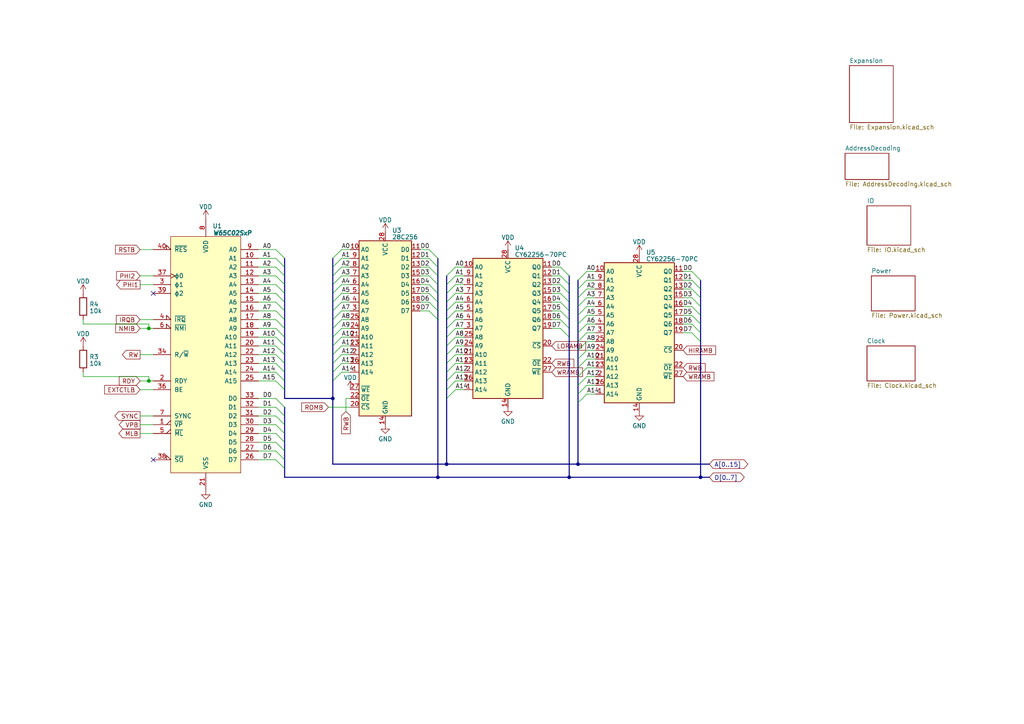
<source format=kicad_sch>
(kicad_sch (version 20230121) (generator eeschema)
  (paper "A4")
  (lib_symbols
    (symbol "65xx library:W65C02SxP" (pin_names (offset 1.016))
      (property "Reference" "U" (at -10.16 35.56 0))
      (property "Value" "W65C02SxP" (at 0 0 90))
      (symbol "W65C02SxP_0_1"
        (rectangle (start -10.16 34.29) (end 10.16 -34.29) (fill (type background)))
      )
      (symbol "W65C02SxP_1_1"
        (pin output output_low (at -15.24 -20.32 0) (length 5.08) (name "~{VP}") (number "1"))
        (pin tri_state line (at 15.24 27.94 180) (length 5.08) (name "A1") (number "10"))
        (pin tri_state line (at 15.24 25.4 180) (length 5.08) (name "A2") (number "11"))
        (pin tri_state line (at 15.24 22.86 180) (length 5.08) (name "A3") (number "12"))
        (pin tri_state line (at 15.24 20.32 180) (length 5.08) (name "A4") (number "13"))
        (pin tri_state line (at 15.24 17.78 180) (length 5.08) (name "A5") (number "14"))
        (pin tri_state line (at 15.24 15.24 180) (length 5.08) (name "A6") (number "15"))
        (pin tri_state line (at 15.24 12.7 180) (length 5.08) (name "A7") (number "16"))
        (pin tri_state line (at 15.24 10.16 180) (length 5.08) (name "A8") (number "17"))
        (pin tri_state line (at 15.24 7.62 180) (length 5.08) (name "A9") (number "18"))
        (pin tri_state line (at 15.24 5.08 180) (length 5.08) (name "A10") (number "19"))
        (pin open_collector line (at -15.24 -7.62 0) (length 5.08) (name "RDY") (number "2"))
        (pin tri_state line (at 15.24 2.54 180) (length 5.08) (name "A11") (number "20"))
        (pin power_in line (at 0 -39.37 90) (length 5.08) (name "VSS") (number "21"))
        (pin tri_state line (at 15.24 0 180) (length 5.08) (name "A12") (number "22"))
        (pin tri_state line (at 15.24 -2.54 180) (length 5.08) (name "A13") (number "23"))
        (pin tri_state line (at 15.24 -5.08 180) (length 5.08) (name "A14") (number "24"))
        (pin tri_state line (at 15.24 -7.62 180) (length 5.08) (name "A15") (number "25"))
        (pin bidirectional line (at 15.24 -30.48 180) (length 5.08) (name "D7") (number "26"))
        (pin bidirectional line (at 15.24 -27.94 180) (length 5.08) (name "D6") (number "27"))
        (pin bidirectional line (at 15.24 -25.4 180) (length 5.08) (name "D5") (number "28"))
        (pin bidirectional line (at 15.24 -22.86 180) (length 5.08) (name "D4") (number "29"))
        (pin output line (at -15.24 20.32 0) (length 5.08) (name "ϕ1") (number "3"))
        (pin bidirectional line (at 15.24 -20.32 180) (length 5.08) (name "D3") (number "30"))
        (pin bidirectional line (at 15.24 -17.78 180) (length 5.08) (name "D2") (number "31"))
        (pin bidirectional line (at 15.24 -15.24 180) (length 5.08) (name "D1") (number "32"))
        (pin bidirectional line (at 15.24 -12.7 180) (length 5.08) (name "D0") (number "33"))
        (pin tri_state line (at -15.24 0 0) (length 5.08) (name "R/~{W}") (number "34"))
        (pin no_connect non_logic (at -10.16 -27.94 0) (length 2.54) hide (name "nc") (number "35"))
        (pin input line (at -15.24 -10.16 0) (length 5.08) (name "BE") (number "36"))
        (pin input clock (at -15.24 22.86 0) (length 5.08) (name "ϕ0") (number "37"))
        (pin input input_low (at -15.24 -30.48 0) (length 5.08) (name "~{SO}") (number "38"))
        (pin output line (at -15.24 17.78 0) (length 5.08) (name "ϕ2") (number "39"))
        (pin input input_low (at -15.24 10.16 0) (length 5.08) (name "~{IRQ}") (number "4"))
        (pin input input_low (at -15.24 30.48 0) (length 5.08) (name "~{RES}") (number "40"))
        (pin output output_low (at -15.24 -22.86 0) (length 5.08) (name "~{ML}") (number "5"))
        (pin input input_low (at -15.24 7.62 0) (length 5.08) (name "~{NMI}") (number "6"))
        (pin output line (at -15.24 -17.78 0) (length 5.08) (name "SYNC") (number "7"))
        (pin power_in line (at 0 39.37 270) (length 5.08) (name "VDD") (number "8"))
        (pin tri_state line (at 15.24 30.48 180) (length 5.08) (name "A0") (number "9"))
      )
    )
    (symbol "Device:R" (pin_numbers hide) (pin_names (offset 0))
      (property "Reference" "R" (at 2.032 0 90))
      (property "Value" "R" (at 0 0 90))
      (symbol "R_0_1"
        (rectangle (start -1.016 -2.54) (end 1.016 2.54) (stroke (width 0.254)))
      )
      (symbol "R_1_1"
        (pin passive line (at 0 3.81 270) (length 1.27) (name "~") (number "1"))
        (pin passive line (at 0 -3.81 90) (length 1.27) (name "~") (number "2"))
      )
    )
    (symbol "Memory_EEPROM:28C256"
      (property "Reference" "U" (at -7.62 26.67 0))
      (property "Value" "28C256" (at 2.54 -26.67 0))
      (symbol "28C256_1_1"
        (rectangle (start -7.62 25.4) (end 7.62 -25.4) (stroke (width 0.254)) (fill (type background)))
        (pin input line (at -10.16 -12.7 0) (length 2.54) (name "A14") (number "1"))
        (pin input line (at -10.16 22.86 0) (length 2.54) (name "A0") (number "10"))
        (pin tri_state line (at 10.16 22.86 180) (length 2.54) (name "D0") (number "11"))
        (pin tri_state line (at 10.16 20.32 180) (length 2.54) (name "D1") (number "12"))
        (pin tri_state line (at 10.16 17.78 180) (length 2.54) (name "D2") (number "13"))
        (pin power_in line (at 0 -27.94 90) (length 2.54) (name "GND") (number "14"))
        (pin tri_state line (at 10.16 15.24 180) (length 2.54) (name "D3") (number "15"))
        (pin tri_state line (at 10.16 12.7 180) (length 2.54) (name "D4") (number "16"))
        (pin tri_state line (at 10.16 10.16 180) (length 2.54) (name "D5") (number "17"))
        (pin tri_state line (at 10.16 7.62 180) (length 2.54) (name "D6") (number "18"))
        (pin tri_state line (at 10.16 5.08 180) (length 2.54) (name "D7") (number "19"))
        (pin input line (at -10.16 -7.62 0) (length 2.54) (name "A12") (number "2"))
        (pin input line (at -10.16 -22.86 0) (length 2.54) (name "~{CS}") (number "20"))
        (pin input line (at -10.16 -2.54 0) (length 2.54) (name "A10") (number "21"))
        (pin input line (at -10.16 -20.32 0) (length 2.54) (name "~{OE}") (number "22"))
        (pin input line (at -10.16 -5.08 0) (length 2.54) (name "A11") (number "23"))
        (pin input line (at -10.16 0 0) (length 2.54) (name "A9") (number "24"))
        (pin input line (at -10.16 2.54 0) (length 2.54) (name "A8") (number "25"))
        (pin input line (at -10.16 -10.16 0) (length 2.54) (name "A13") (number "26"))
        (pin input line (at -10.16 -17.78 0) (length 2.54) (name "~{WE}") (number "27"))
        (pin power_in line (at 0 27.94 270) (length 2.54) (name "VCC") (number "28"))
        (pin input line (at -10.16 5.08 0) (length 2.54) (name "A7") (number "3"))
        (pin input line (at -10.16 7.62 0) (length 2.54) (name "A6") (number "4"))
        (pin input line (at -10.16 10.16 0) (length 2.54) (name "A5") (number "5"))
        (pin input line (at -10.16 12.7 0) (length 2.54) (name "A4") (number "6"))
        (pin input line (at -10.16 15.24 0) (length 2.54) (name "A3") (number "7"))
        (pin input line (at -10.16 17.78 0) (length 2.54) (name "A2") (number "8"))
        (pin input line (at -10.16 20.32 0) (length 2.54) (name "A1") (number "9"))
      )
    )
    (symbol "Memory_RAM:CY62256-70PC"
      (property "Reference" "U" (at -10.16 20.955 0))
      (property "Value" "CY62256-70PC" (at 2.54 20.955 0))
      (symbol "CY62256-70PC_0_0"
        (pin power_in line (at 0 -22.86 90) (length 2.54) (name "GND") (number "14"))
        (pin power_in line (at 0 22.86 270) (length 2.54) (name "VCC") (number "28"))
      )
      (symbol "CY62256-70PC_0_1"
        (rectangle (start -10.16 20.32) (end 10.16 -20.32) (stroke (width 0.254)) (fill (type background)))
      )
      (symbol "CY62256-70PC_1_1"
        (pin input line (at -12.7 -17.78 0) (length 2.54) (name "A14") (number "1"))
        (pin input line (at -12.7 17.78 0) (length 2.54) (name "A0") (number "10"))
        (pin tri_state line (at 12.7 17.78 180) (length 2.54) (name "Q0") (number "11"))
        (pin tri_state line (at 12.7 15.24 180) (length 2.54) (name "Q1") (number "12"))
        (pin tri_state line (at 12.7 12.7 180) (length 2.54) (name "Q2") (number "13"))
        (pin tri_state line (at 12.7 10.16 180) (length 2.54) (name "Q3") (number "15"))
        (pin tri_state line (at 12.7 7.62 180) (length 2.54) (name "Q4") (number "16"))
        (pin tri_state line (at 12.7 5.08 180) (length 2.54) (name "Q5") (number "17"))
        (pin tri_state line (at 12.7 2.54 180) (length 2.54) (name "Q6") (number "18"))
        (pin tri_state line (at 12.7 0 180) (length 2.54) (name "Q7") (number "19"))
        (pin input line (at -12.7 -12.7 0) (length 2.54) (name "A12") (number "2"))
        (pin input line (at 12.7 -5.08 180) (length 2.54) (name "~{CS}") (number "20"))
        (pin input line (at -12.7 -7.62 0) (length 2.54) (name "A10") (number "21"))
        (pin input line (at 12.7 -10.16 180) (length 2.54) (name "~{OE}") (number "22"))
        (pin input line (at -12.7 -10.16 0) (length 2.54) (name "A11") (number "23"))
        (pin input line (at -12.7 -5.08 0) (length 2.54) (name "A9") (number "24"))
        (pin input line (at -12.7 -2.54 0) (length 2.54) (name "A8") (number "25"))
        (pin input line (at -12.7 -15.24 0) (length 2.54) (name "A13") (number "26"))
        (pin input line (at 12.7 -12.7 180) (length 2.54) (name "~{WE}") (number "27"))
        (pin input line (at -12.7 0 0) (length 2.54) (name "A7") (number "3"))
        (pin input line (at -12.7 2.54 0) (length 2.54) (name "A6") (number "4"))
        (pin input line (at -12.7 5.08 0) (length 2.54) (name "A5") (number "5"))
        (pin input line (at -12.7 7.62 0) (length 2.54) (name "A4") (number "6"))
        (pin input line (at -12.7 10.16 0) (length 2.54) (name "A3") (number "7"))
        (pin input line (at -12.7 12.7 0) (length 2.54) (name "A2") (number "8"))
        (pin input line (at -12.7 15.24 0) (length 2.54) (name "A1") (number "9"))
      )
    )
    (symbol "power:GND" (power) (pin_names (offset 0))
      (property "Value" "GND" (at 0 -3.81 0))
      (symbol "GND_0_1"
        (polyline (pts (xy 0 0) (xy 0 -1.27) (xy 1.27 -1.27) (xy 0 -2.54) (xy -1.27 -1.27) (xy 0 -1.27)))
      )
      (symbol "GND_1_1"
        (pin power_in line (at 0 0 270) (length 0) hide (name "GND") (number "1"))
      )
    )
    (symbol "power:VDD" (power) (pin_names (offset 0))
      (property "Value" "VDD" (at 0 3.81 0))
      (symbol "VDD_0_1"
        (polyline (pts (xy -0.762 1.27) (xy 0 2.54)))
        (polyline (pts (xy 0 0) (xy 0 2.54)))
        (polyline (pts (xy 0 2.54) (xy 0.762 1.27)))
      )
      (symbol "VDD_1_1"
        (pin power_in line (at 0 0 90) (length 0) hide (name "VDD") (number "1"))
      )
    )
  )
  (junction (at 127 138.43))
  (junction (at 203.2 138.43))
  (junction (at 165.1 138.43))
  (junction (at 43.18 95.25))
  (junction (at 96.52 115.57))
  (junction (at 167.64 134.62))
  (junction (at 129.54 134.62))
  (junction (at 43.18 110.49))
  (no_connect (at 44.45 133.35))
  (no_connect (at 44.45 85.09))
  (bus_entry (at 127 82.55) (size -2.54 -2.54))
  (bus_entry (at 167.64 99.06) (size 2.54 -2.54))
  (bus_entry (at 203.2 88.9) (size -2.54 -2.54))
  (bus_entry (at 96.52 95.25) (size 2.54 -2.54))
  (bus_entry (at 203.2 86.36) (size -2.54 -2.54))
  (bus_entry (at 129.54 107.95) (size 2.54 -2.54))
  (bus_entry (at 167.64 111.76) (size 2.54 -2.54))
  (bus_entry (at 203.2 96.52) (size -2.54 -2.54))
  (bus_entry (at 127 85.09) (size -2.54 -2.54))
  (bus_entry (at 82.55 85.09) (size -2.54 -2.54))
  (bus_entry (at 129.54 100.33) (size 2.54 -2.54))
  (bus_entry (at 165.1 97.79) (size -2.54 -2.54))
  (bus_entry (at 129.54 115.57) (size 2.54 -2.54))
  (bus_entry (at 82.55 105.41) (size -2.54 -2.54))
  (bus_entry (at 167.64 91.44) (size 2.54 -2.54))
  (bus_entry (at 82.55 92.71) (size -2.54 -2.54))
  (bus_entry (at 96.52 107.95) (size 2.54 -2.54))
  (bus_entry (at 167.64 81.28) (size 2.54 -2.54))
  (bus_entry (at 96.52 105.41) (size 2.54 -2.54))
  (bus_entry (at 80.01 120.65) (size 2.54 2.54))
  (bus_entry (at 129.54 87.63) (size 2.54 -2.54))
  (bus_entry (at 80.01 128.27) (size 2.54 2.54))
  (bus_entry (at 80.01 130.81) (size 2.54 2.54))
  (bus_entry (at 129.54 95.25) (size 2.54 -2.54))
  (bus_entry (at 96.52 80.01) (size 2.54 -2.54))
  (bus_entry (at 129.54 92.71) (size 2.54 -2.54))
  (bus_entry (at 167.64 114.3) (size 2.54 -2.54))
  (bus_entry (at 80.01 123.19) (size 2.54 2.54))
  (bus_entry (at 167.64 104.14) (size 2.54 -2.54))
  (bus_entry (at 80.01 133.35) (size 2.54 2.54))
  (bus_entry (at 165.1 87.63) (size -2.54 -2.54))
  (bus_entry (at 165.1 95.25) (size -2.54 -2.54))
  (bus_entry (at 96.52 102.87) (size 2.54 -2.54))
  (bus_entry (at 96.52 90.17) (size 2.54 -2.54))
  (bus_entry (at 167.64 101.6) (size 2.54 -2.54))
  (bus_entry (at 167.64 116.84) (size 2.54 -2.54))
  (bus_entry (at 127 80.01) (size -2.54 -2.54))
  (bus_entry (at 165.1 92.71) (size -2.54 -2.54))
  (bus_entry (at 82.55 87.63) (size -2.54 -2.54))
  (bus_entry (at 96.52 77.47) (size 2.54 -2.54))
  (bus_entry (at 165.1 80.01) (size -2.54 -2.54))
  (bus_entry (at 127 87.63) (size -2.54 -2.54))
  (bus_entry (at 203.2 93.98) (size -2.54 -2.54))
  (bus_entry (at 129.54 102.87) (size 2.54 -2.54))
  (bus_entry (at 129.54 80.01) (size 2.54 -2.54))
  (bus_entry (at 80.01 125.73) (size 2.54 2.54))
  (bus_entry (at 82.55 77.47) (size -2.54 -2.54))
  (bus_entry (at 82.55 110.49) (size -2.54 -2.54))
  (bus_entry (at 167.64 83.82) (size 2.54 -2.54))
  (bus_entry (at 127 90.17) (size -2.54 -2.54))
  (bus_entry (at 82.55 107.95) (size -2.54 -2.54))
  (bus_entry (at 127 92.71) (size -2.54 -2.54))
  (bus_entry (at 96.52 85.09) (size 2.54 -2.54))
  (bus_entry (at 80.01 115.57) (size 2.54 2.54))
  (bus_entry (at 96.52 97.79) (size 2.54 -2.54))
  (bus_entry (at 129.54 105.41) (size 2.54 -2.54))
  (bus_entry (at 82.55 80.01) (size -2.54 -2.54))
  (bus_entry (at 82.55 95.25) (size -2.54 -2.54))
  (bus_entry (at 82.55 74.93) (size -2.54 -2.54))
  (bus_entry (at 203.2 81.28) (size -2.54 -2.54))
  (bus_entry (at 165.1 90.17) (size -2.54 -2.54))
  (bus_entry (at 96.52 74.93) (size 2.54 -2.54))
  (bus_entry (at 96.52 110.49) (size 2.54 -2.54))
  (bus_entry (at 82.55 113.03) (size -2.54 -2.54))
  (bus_entry (at 167.64 109.22) (size 2.54 -2.54))
  (bus_entry (at 96.52 87.63) (size 2.54 -2.54))
  (bus_entry (at 167.64 88.9) (size 2.54 -2.54))
  (bus_entry (at 203.2 91.44) (size -2.54 -2.54))
  (bus_entry (at 82.55 97.79) (size -2.54 -2.54))
  (bus_entry (at 82.55 82.55) (size -2.54 -2.54))
  (bus_entry (at 167.64 106.68) (size 2.54 -2.54))
  (bus_entry (at 127 74.93) (size -2.54 -2.54))
  (bus_entry (at 165.1 85.09) (size -2.54 -2.54))
  (bus_entry (at 82.55 90.17) (size -2.54 -2.54))
  (bus_entry (at 129.54 90.17) (size 2.54 -2.54))
  (bus_entry (at 82.55 100.33) (size -2.54 -2.54))
  (bus_entry (at 203.2 99.06) (size -2.54 -2.54))
  (bus_entry (at 127 77.47) (size -2.54 -2.54))
  (bus_entry (at 129.54 97.79) (size 2.54 -2.54))
  (bus_entry (at 165.1 82.55) (size -2.54 -2.54))
  (bus_entry (at 96.52 82.55) (size 2.54 -2.54))
  (bus_entry (at 167.64 86.36) (size 2.54 -2.54))
  (bus_entry (at 96.52 100.33) (size 2.54 -2.54))
  (bus_entry (at 203.2 83.82) (size -2.54 -2.54))
  (bus_entry (at 82.55 102.87) (size -2.54 -2.54))
  (bus_entry (at 129.54 82.55) (size 2.54 -2.54))
  (bus_entry (at 167.64 96.52) (size 2.54 -2.54))
  (bus_entry (at 129.54 85.09) (size 2.54 -2.54))
  (bus_entry (at 96.52 92.71) (size 2.54 -2.54))
  (bus_entry (at 129.54 113.03) (size 2.54 -2.54))
  (bus_entry (at 129.54 110.49) (size 2.54 -2.54))
  (bus_entry (at 167.64 93.98) (size 2.54 -2.54))
  (bus_entry (at 80.01 118.11) (size 2.54 2.54))
  (bus (pts (xy 96.52 107.95) (xy 96.52 110.49)))
  (wire (pts (xy 132.08 100.33) (xy 134.62 100.33)))
  (bus (pts (xy 165.1 95.25) (xy 165.1 97.79)))
  (bus (pts (xy 165.1 80.01) (xy 165.1 82.55)))
  (wire (pts (xy 121.92 82.55) (xy 124.46 82.55)))
  (wire (pts (xy 40.64 92.71) (xy 44.45 92.71)))
  (bus (pts (xy 96.52 90.17) (xy 96.52 92.71)))
  (wire (pts (xy 170.18 101.6) (xy 172.72 101.6)))
  (wire (pts (xy 170.18 78.74) (xy 172.72 78.74)))
  (wire (pts (xy 99.06 107.95) (xy 101.6 107.95)))
  (wire (pts (xy 100.33 115.57) (xy 100.33 119.38)))
  (wire (pts (xy 74.93 120.65) (xy 80.01 120.65)))
  (wire (pts (xy 74.93 105.41) (xy 80.01 105.41)))
  (wire (pts (xy 160.02 90.17) (xy 162.56 90.17)))
  (bus (pts (xy 82.55 95.25) (xy 82.55 97.79)))
  (bus (pts (xy 127 85.09) (xy 127 87.63)))
  (bus (pts (xy 167.64 109.22) (xy 167.64 111.76)))
  (wire (pts (xy 170.18 81.28) (xy 172.72 81.28)))
  (bus (pts (xy 82.55 102.87) (xy 82.55 105.41)))
  (wire (pts (xy 74.93 118.11) (xy 80.01 118.11)))
  (bus (pts (xy 167.64 93.98) (xy 167.64 96.52)))
  (wire (pts (xy 170.18 93.98) (xy 172.72 93.98)))
  (bus (pts (xy 96.52 85.09) (xy 96.52 87.63)))
  (wire (pts (xy 74.93 72.39) (xy 80.01 72.39)))
  (bus (pts (xy 96.52 95.25) (xy 96.52 97.79)))
  (bus (pts (xy 96.52 134.62) (xy 129.54 134.62)))
  (bus (pts (xy 167.64 104.14) (xy 167.64 106.68)))
  (wire (pts (xy 40.64 113.03) (xy 44.45 113.03)))
  (bus (pts (xy 203.2 88.9) (xy 203.2 91.44)))
  (bus (pts (xy 96.52 80.01) (xy 96.52 82.55)))
  (bus (pts (xy 203.2 83.82) (xy 203.2 86.36)))
  (wire (pts (xy 74.93 87.63) (xy 80.01 87.63)))
  (bus (pts (xy 82.55 133.35) (xy 82.55 135.89)))
  (bus (pts (xy 129.54 105.41) (xy 129.54 107.95)))
  (wire (pts (xy 121.92 77.47) (xy 124.46 77.47)))
  (wire (pts (xy 170.18 83.82) (xy 172.72 83.82)))
  (wire (pts (xy 170.18 86.36) (xy 172.72 86.36)))
  (bus (pts (xy 203.2 81.28) (xy 203.2 83.82)))
  (bus (pts (xy 96.52 82.55) (xy 96.52 85.09)))
  (bus (pts (xy 82.55 97.79) (xy 82.55 100.33)))
  (wire (pts (xy 74.93 82.55) (xy 80.01 82.55)))
  (wire (pts (xy 40.64 72.39) (xy 44.45 72.39)))
  (wire (pts (xy 132.08 90.17) (xy 134.62 90.17)))
  (bus (pts (xy 203.2 86.36) (xy 203.2 88.9)))
  (wire (pts (xy 121.92 90.17) (xy 124.46 90.17)))
  (bus (pts (xy 82.55 82.55) (xy 82.55 85.09)))
  (wire (pts (xy 74.93 102.87) (xy 80.01 102.87)))
  (wire (pts (xy 132.08 77.47) (xy 134.62 77.47)))
  (wire (pts (xy 43.18 93.98) (xy 43.18 95.25)))
  (wire (pts (xy 74.93 115.57) (xy 80.01 115.57)))
  (wire (pts (xy 132.08 113.03) (xy 134.62 113.03)))
  (wire (pts (xy 198.12 86.36) (xy 200.66 86.36)))
  (wire (pts (xy 160.02 95.25) (xy 162.56 95.25)))
  (bus (pts (xy 129.54 102.87) (xy 129.54 105.41)))
  (bus (pts (xy 96.52 87.63) (xy 96.52 90.17)))
  (wire (pts (xy 40.64 80.01) (xy 44.45 80.01)))
  (bus (pts (xy 129.54 97.79) (xy 129.54 100.33)))
  (bus (pts (xy 129.54 113.03) (xy 129.54 115.57)))
  (wire (pts (xy 40.64 125.73) (xy 44.45 125.73)))
  (wire (pts (xy 160.02 92.71) (xy 162.56 92.71)))
  (wire (pts (xy 170.18 109.22) (xy 172.72 109.22)))
  (wire (pts (xy 43.18 110.49) (xy 44.45 110.49)))
  (bus (pts (xy 82.55 87.63) (xy 82.55 90.17)))
  (wire (pts (xy 95.25 118.11) (xy 101.6 118.11)))
  (wire (pts (xy 132.08 85.09) (xy 134.62 85.09)))
  (wire (pts (xy 99.06 97.79) (xy 101.6 97.79)))
  (wire (pts (xy 198.12 81.28) (xy 200.66 81.28)))
  (bus (pts (xy 96.52 77.47) (xy 96.52 80.01)))
  (bus (pts (xy 82.55 85.09) (xy 82.55 87.63)))
  (wire (pts (xy 99.06 85.09) (xy 101.6 85.09)))
  (bus (pts (xy 165.1 90.17) (xy 165.1 92.71)))
  (bus (pts (xy 129.54 90.17) (xy 129.54 92.71)))
  (wire (pts (xy 74.93 85.09) (xy 80.01 85.09)))
  (bus (pts (xy 167.64 134.62) (xy 205.74 134.62)))
  (wire (pts (xy 74.93 107.95) (xy 80.01 107.95)))
  (bus (pts (xy 129.54 92.71) (xy 129.54 95.25)))
  (bus (pts (xy 96.52 92.71) (xy 96.52 95.25)))
  (bus (pts (xy 165.1 85.09) (xy 165.1 87.63)))
  (bus (pts (xy 127 87.63) (xy 127 90.17)))
  (wire (pts (xy 170.18 106.68) (xy 172.72 106.68)))
  (bus (pts (xy 167.64 101.6) (xy 167.64 104.14)))
  (bus (pts (xy 127 138.43) (xy 165.1 138.43)))
  (bus (pts (xy 129.54 134.62) (xy 167.64 134.62)))
  (wire (pts (xy 74.93 130.81) (xy 80.01 130.81)))
  (bus (pts (xy 129.54 82.55) (xy 129.54 85.09)))
  (wire (pts (xy 99.06 87.63) (xy 101.6 87.63)))
  (wire (pts (xy 170.18 88.9) (xy 172.72 88.9)))
  (wire (pts (xy 74.93 133.35) (xy 80.01 133.35)))
  (bus (pts (xy 82.55 130.81) (xy 82.55 133.35)))
  (bus (pts (xy 96.52 105.41) (xy 96.52 107.95)))
  (bus (pts (xy 127 92.71) (xy 127 138.43)))
  (wire (pts (xy 40.64 120.65) (xy 44.45 120.65)))
  (wire (pts (xy 24.13 109.22) (xy 43.18 109.22)))
  (bus (pts (xy 127 80.01) (xy 127 82.55)))
  (wire (pts (xy 198.12 91.44) (xy 200.66 91.44)))
  (wire (pts (xy 132.08 92.71) (xy 134.62 92.71)))
  (bus (pts (xy 82.55 113.03) (xy 82.55 115.57)))
  (wire (pts (xy 74.93 100.33) (xy 80.01 100.33)))
  (bus (pts (xy 167.64 91.44) (xy 167.64 93.98)))
  (bus (pts (xy 165.1 138.43) (xy 203.2 138.43)))
  (bus (pts (xy 82.55 110.49) (xy 82.55 113.03)))
  (bus (pts (xy 167.64 111.76) (xy 167.64 114.3)))
  (wire (pts (xy 40.64 110.49) (xy 43.18 110.49)))
  (wire (pts (xy 24.13 92.71) (xy 24.13 93.98)))
  (bus (pts (xy 167.64 106.68) (xy 167.64 109.22)))
  (wire (pts (xy 24.13 93.98) (xy 43.18 93.98)))
  (bus (pts (xy 205.74 138.43) (xy 203.2 138.43)))
  (bus (pts (xy 82.55 74.93) (xy 82.55 77.47)))
  (bus (pts (xy 167.64 96.52) (xy 167.64 99.06)))
  (wire (pts (xy 170.18 111.76) (xy 172.72 111.76)))
  (wire (pts (xy 99.06 74.93) (xy 101.6 74.93)))
  (wire (pts (xy 170.18 99.06) (xy 172.72 99.06)))
  (wire (pts (xy 121.92 80.01) (xy 124.46 80.01)))
  (wire (pts (xy 99.06 92.71) (xy 101.6 92.71)))
  (wire (pts (xy 99.06 105.41) (xy 101.6 105.41)))
  (bus (pts (xy 203.2 96.52) (xy 203.2 99.06)))
  (bus (pts (xy 167.64 114.3) (xy 167.64 116.84)))
  (wire (pts (xy 198.12 96.52) (xy 200.66 96.52)))
  (wire (pts (xy 40.64 82.55) (xy 44.45 82.55)))
  (wire (pts (xy 198.12 93.98) (xy 200.66 93.98)))
  (bus (pts (xy 167.64 86.36) (xy 167.64 88.9)))
  (wire (pts (xy 74.93 110.49) (xy 80.01 110.49)))
  (wire (pts (xy 132.08 95.25) (xy 134.62 95.25)))
  (bus (pts (xy 167.64 116.84) (xy 167.64 134.62)))
  (bus (pts (xy 127 77.47) (xy 127 80.01)))
  (bus (pts (xy 96.52 102.87) (xy 96.52 105.41)))
  (wire (pts (xy 170.18 91.44) (xy 172.72 91.44)))
  (wire (pts (xy 99.06 102.87) (xy 101.6 102.87)))
  (wire (pts (xy 170.18 114.3) (xy 172.72 114.3)))
  (wire (pts (xy 198.12 88.9) (xy 200.66 88.9)))
  (bus (pts (xy 96.52 115.57) (xy 96.52 134.62)))
  (wire (pts (xy 121.92 74.93) (xy 124.46 74.93)))
  (wire (pts (xy 24.13 107.95) (xy 24.13 109.22)))
  (wire (pts (xy 132.08 105.41) (xy 134.62 105.41)))
  (wire (pts (xy 74.93 97.79) (xy 80.01 97.79)))
  (bus (pts (xy 82.55 107.95) (xy 82.55 110.49)))
  (bus (pts (xy 203.2 99.06) (xy 203.2 138.43)))
  (bus (pts (xy 167.64 81.28) (xy 167.64 83.82)))
  (wire (pts (xy 132.08 80.01) (xy 134.62 80.01)))
  (wire (pts (xy 74.93 77.47) (xy 80.01 77.47)))
  (wire (pts (xy 99.06 100.33) (xy 101.6 100.33)))
  (wire (pts (xy 160.02 82.55) (xy 162.56 82.55)))
  (wire (pts (xy 160.02 80.01) (xy 162.56 80.01)))
  (wire (pts (xy 40.64 123.19) (xy 44.45 123.19)))
  (bus (pts (xy 129.54 80.01) (xy 129.54 82.55)))
  (wire (pts (xy 132.08 102.87) (xy 134.62 102.87)))
  (wire (pts (xy 132.08 110.49) (xy 134.62 110.49)))
  (bus (pts (xy 129.54 85.09) (xy 129.54 87.63)))
  (bus (pts (xy 129.54 100.33) (xy 129.54 102.87)))
  (wire (pts (xy 74.93 74.93) (xy 80.01 74.93)))
  (wire (pts (xy 99.06 90.17) (xy 101.6 90.17)))
  (bus (pts (xy 82.55 80.01) (xy 82.55 82.55)))
  (wire (pts (xy 121.92 87.63) (xy 124.46 87.63)))
  (bus (pts (xy 165.1 97.79) (xy 165.1 138.43)))
  (wire (pts (xy 121.92 85.09) (xy 124.46 85.09)))
  (bus (pts (xy 82.55 120.65) (xy 82.55 123.19)))
  (wire (pts (xy 74.93 80.01) (xy 80.01 80.01)))
  (wire (pts (xy 160.02 87.63) (xy 162.56 87.63)))
  (bus (pts (xy 82.55 105.41) (xy 82.55 107.95)))
  (bus (pts (xy 96.52 110.49) (xy 96.52 115.57)))
  (wire (pts (xy 132.08 97.79) (xy 134.62 97.79)))
  (bus (pts (xy 96.52 100.33) (xy 96.52 102.87)))
  (bus (pts (xy 129.54 115.57) (xy 129.54 134.62)))
  (wire (pts (xy 99.06 82.55) (xy 101.6 82.55)))
  (bus (pts (xy 129.54 87.63) (xy 129.54 90.17)))
  (wire (pts (xy 43.18 109.22) (xy 43.18 110.49)))
  (bus (pts (xy 82.55 135.89) (xy 82.55 138.43)))
  (wire (pts (xy 74.93 123.19) (xy 80.01 123.19)))
  (wire (pts (xy 74.93 90.17) (xy 80.01 90.17)))
  (wire (pts (xy 170.18 96.52) (xy 172.72 96.52)))
  (bus (pts (xy 96.52 74.93) (xy 96.52 77.47)))
  (bus (pts (xy 82.55 118.11) (xy 82.55 120.65)))
  (bus (pts (xy 82.55 123.19) (xy 82.55 125.73)))
  (wire (pts (xy 121.92 72.39) (xy 124.46 72.39)))
  (wire (pts (xy 160.02 77.47) (xy 162.56 77.47)))
  (bus (pts (xy 82.55 125.73) (xy 82.55 128.27)))
  (bus (pts (xy 167.64 88.9) (xy 167.64 91.44)))
  (wire (pts (xy 198.12 83.82) (xy 200.66 83.82)))
  (bus (pts (xy 127 138.43) (xy 82.55 138.43)))
  (bus (pts (xy 82.55 115.57) (xy 96.52 115.57)))
  (bus (pts (xy 96.52 97.79) (xy 96.52 100.33)))
  (wire (pts (xy 132.08 87.63) (xy 134.62 87.63)))
  (wire (pts (xy 99.06 80.01) (xy 101.6 80.01)))
  (wire (pts (xy 74.93 95.25) (xy 80.01 95.25)))
  (bus (pts (xy 167.64 83.82) (xy 167.64 86.36)))
  (wire (pts (xy 99.06 95.25) (xy 101.6 95.25)))
  (bus (pts (xy 82.55 77.47) (xy 82.55 80.01)))
  (bus (pts (xy 127 74.93) (xy 127 77.47)))
  (bus (pts (xy 82.55 92.71) (xy 82.55 95.25)))
  (wire (pts (xy 198.12 78.74) (xy 200.66 78.74)))
  (bus (pts (xy 82.55 90.17) (xy 82.55 92.71)))
  (bus (pts (xy 165.1 87.63) (xy 165.1 90.17)))
  (wire (pts (xy 40.64 102.87) (xy 44.45 102.87)))
  (bus (pts (xy 165.1 82.55) (xy 165.1 85.09)))
  (wire (pts (xy 74.93 125.73) (xy 80.01 125.73)))
  (wire (pts (xy 74.93 92.71) (xy 80.01 92.71)))
  (wire (pts (xy 40.64 95.25) (xy 43.18 95.25)))
  (bus (pts (xy 129.54 107.95) (xy 129.54 110.49)))
  (wire (pts (xy 132.08 107.95) (xy 134.62 107.95)))
  (bus (pts (xy 203.2 91.44) (xy 203.2 93.98)))
  (bus (pts (xy 167.64 99.06) (xy 167.64 101.6)))
  (bus (pts (xy 127 90.17) (xy 127 92.71)))
  (wire (pts (xy 43.18 95.25) (xy 44.45 95.25)))
  (bus (pts (xy 129.54 95.25) (xy 129.54 97.79)))
  (bus (pts (xy 82.55 128.27) (xy 82.55 130.81)))
  (bus (pts (xy 165.1 92.71) (xy 165.1 95.25)))
  (wire (pts (xy 170.18 104.14) (xy 172.72 104.14)))
  (wire (pts (xy 132.08 82.55) (xy 134.62 82.55)))
  (wire (pts (xy 160.02 85.09) (xy 162.56 85.09)))
  (wire (pts (xy 101.6 115.57) (xy 100.33 115.57)))
  (bus (pts (xy 82.55 100.33) (xy 82.55 102.87)))
  (bus (pts (xy 127 82.55) (xy 127 85.09)))
  (wire (pts (xy 99.06 72.39) (xy 101.6 72.39)))
  (bus (pts (xy 129.54 110.49) (xy 129.54 113.03)))
  (wire (pts (xy 99.06 77.47) (xy 101.6 77.47)))
  (wire (pts (xy 74.93 128.27) (xy 80.01 128.27)))
  (bus (pts (xy 203.2 93.98) (xy 203.2 96.52)))
  (label "A0" (at 170.18 78.74 0))
  (label "D1" (at 198.12 81.28 0))
  (label "D4" (at 160.02 87.63 0))
  (label "A14" (at 132.08 113.03 0))
  (label "A4" (at 99.06 82.55 0))
  (label "A1" (at 132.08 80.01 0))
  (label "D4" (at 198.12 88.9 0))
  (label "A3" (at 76.2 80.01 0))
  (label "A10" (at 170.18 104.14 0))
  (label "A3" (at 132.08 85.09 0))
  (label "D7" (at 160.02 95.25 0))
  (label "A13" (at 132.08 110.49 0))
  (label "D2" (at 198.12 83.82 0))
  (label "A11" (at 170.18 106.68 0))
  (label "D3" (at 198.12 86.36 0))
  (label "D6" (at 198.12 93.98 0))
  (label "A9" (at 170.18 101.6 0))
  (label "D5" (at 160.02 90.17 0))
  (label "A0" (at 76.2 72.39 0))
  (label "A4" (at 76.2 82.55 0))
  (label "A5" (at 99.06 85.09 0))
  (label "A8" (at 132.08 97.79 0))
  (label "A8" (at 76.2 92.71 0))
  (label "A4" (at 170.18 88.9 0))
  (label "A10" (at 76.2 97.79 0))
  (label "A6" (at 170.18 93.98 0))
  (label "A9" (at 132.08 100.33 0))
  (label "A7" (at 132.08 95.25 0))
  (label "A0" (at 99.06 72.39 0))
  (label "D0" (at 198.12 78.74 0))
  (label "A10" (at 132.08 102.87 0))
  (label "D1" (at 76.2 118.11 0))
  (label "A13" (at 76.2 105.41 0))
  (label "A5" (at 76.2 85.09 0))
  (label "D0" (at 121.92 72.39 0))
  (label "A3" (at 99.06 80.01 0))
  (label "A2" (at 132.08 82.55 0))
  (label "D2" (at 160.02 82.55 0))
  (label "A8" (at 99.06 92.71 0))
  (label "A12" (at 132.08 107.95 0))
  (label "A6" (at 132.08 92.71 0))
  (label "A5" (at 132.08 90.17 0))
  (label "A11" (at 132.08 105.41 0))
  (label "A0" (at 132.08 77.47 0))
  (label "A14" (at 99.06 107.95 0))
  (label "A1" (at 76.2 74.93 0))
  (label "D7" (at 121.92 90.17 0))
  (label "D2" (at 121.92 77.47 0))
  (label "A8" (at 170.18 99.06 0))
  (label "D5" (at 76.2 128.27 0))
  (label "D4" (at 121.92 82.55 0))
  (label "A4" (at 132.08 87.63 0))
  (label "A5" (at 170.18 91.44 0))
  (label "A7" (at 76.2 90.17 0))
  (label "A14" (at 170.18 114.3 0))
  (label "A13" (at 170.18 111.76 0))
  (label "A14" (at 76.2 107.95 0))
  (label "A11" (at 76.2 100.33 0))
  (label "A12" (at 170.18 109.22 0))
  (label "D0" (at 76.2 115.57 0))
  (label "A9" (at 76.2 95.25 0))
  (label "A7" (at 99.06 90.17 0))
  (label "A1" (at 170.18 81.28 0))
  (label "A6" (at 76.2 87.63 0))
  (label "A6" (at 99.06 87.63 0))
  (label "D6" (at 121.92 87.63 0))
  (label "D0" (at 160.02 77.47 0))
  (label "A12" (at 99.06 102.87 0))
  (label "D5" (at 198.12 91.44 0))
  (label "A11" (at 99.06 100.33 0))
  (label "D1" (at 160.02 80.01 0))
  (label "D7" (at 198.12 96.52 0))
  (label "A3" (at 170.18 86.36 0))
  (label "D5" (at 121.92 85.09 0))
  (label "D6" (at 160.02 92.71 0))
  (label "D3" (at 160.02 85.09 0))
  (label "D4" (at 76.2 125.73 0))
  (label "A2" (at 170.18 83.82 0))
  (label "A1" (at 99.06 74.93 0))
  (label "A15" (at 76.2 110.49 0))
  (label "D2" (at 76.2 120.65 0))
  (label "A12" (at 76.2 102.87 0))
  (label "A9" (at 99.06 95.25 0))
  (label "A2" (at 99.06 77.47 0))
  (label "D7" (at 76.2 133.35 0))
  (label "A2" (at 76.2 77.47 0))
  (label "D3" (at 121.92 80.01 0))
  (label "A7" (at 170.18 96.52 0))
  (label "D3" (at 76.2 123.19 0))
  (label "D1" (at 121.92 74.93 0))
  (label "A10" (at 99.06 97.79 0))
  (label "A13" (at 99.06 105.41 0))
  (label "D6" (at 76.2 130.81 0))
  (global_label "MLB" (shape output) (at 40.64 125.73 180) (property "Intersheetrefs" "${INTERSHEET_REFS}" (effects hide)))
  (global_label "D[0..7]" (shape bidirectional) (at 205.74 138.43 0) (property "Intersheetrefs" "${INTERSHEET_REFS}" (effects hide)))
  (global_label "RWB" (shape input) (at 100.33 119.38 270) (property "Intersheetrefs" "${INTERSHEET_REFS}" (effects hide)))
  (global_label "SYNC" (shape output) (at 40.64 120.65 180) (property "Intersheetrefs" "${INTERSHEET_REFS}" (effects hide)))
  (global_label "A[0..15]" (shape bidirectional) (at 205.74 134.62 0) (property "Intersheetrefs" "${INTERSHEET_REFS}" (effects hide)))
  (global_label "RW" (shape output) (at 40.64 102.87 180) (property "Intersheetrefs" "${INTERSHEET_REFS}" (effects hide)))
  (global_label "IRQB" (shape input) (at 40.64 92.71 180) (property "Intersheetrefs" "${INTERSHEET_REFS}" (effects hide)))
  (global_label "EXTCTLB" (shape input) (at 40.64 113.03 180) (property "Intersheetrefs" "${INTERSHEET_REFS}" (effects hide)))
  (global_label "PHI2" (shape input) (at 40.64 80.01 180) (property "Intersheetrefs" "${INTERSHEET_REFS}" (effects hide)))
  (global_label "RSTB" (shape input) (at 40.64 72.39 180) (property "Intersheetrefs" "${INTERSHEET_REFS}" (effects hide)))
  (global_label "RDY" (shape input) (at 40.64 110.49 180) (property "Intersheetrefs" "${INTERSHEET_REFS}" (effects hide)))
  (global_label "WRAMB" (shape input) (at 160.02 107.95 0) (property "Intersheetrefs" "${INTERSHEET_REFS}" (effects hide)))
  (global_label "NMIB" (shape input) (at 40.64 95.25 180) (property "Intersheetrefs" "${INTERSHEET_REFS}" (effects hide)))
  (global_label "ROMB" (shape input) (at 95.25 118.11 180) (property "Intersheetrefs" "${INTERSHEET_REFS}" (effects hide)))
  (global_label "RWB" (shape input) (at 160.02 105.41 0) (property "Intersheetrefs" "${INTERSHEET_REFS}" (effects hide)))
  (global_label "VPB" (shape output) (at 40.64 123.19 180) (property "Intersheetrefs" "${INTERSHEET_REFS}" (effects hide)))
  (global_label "WRAMB" (shape input) (at 198.12 109.22 0) (property "Intersheetrefs" "${INTERSHEET_REFS}" (effects hide)))
  (global_label "RWB" (shape input) (at 198.12 106.68 0) (property "Intersheetrefs" "${INTERSHEET_REFS}" (effects hide)))
  (global_label "HIRAMB" (shape input) (at 198.12 101.6 0) (property "Intersheetrefs" "${INTERSHEET_REFS}" (effects hide)))
  (global_label "LORAMB" (shape input) (at 160.02 100.33 0) (property "Intersheetrefs" "${INTERSHEET_REFS}" (effects hide)))
  (global_label "PHI1" (shape output) (at 40.64 82.55 180) (property "Intersheetrefs" "${INTERSHEET_REFS}" (effects hide)))
  (symbol (lib_id "Device:R") (at 24.13 88.9 0) (unit 1)
    (property "Reference" "R4" (at 25.908 88.2563 0) (effects (justify left)))
    (property "Value" "10k" (at 25.908 90.1773 0) (effects (justify left)))
    (property "Footprint" "Resistor_THT:R_Axial_DIN0207_L6.3mm_D2.5mm_P2.54mm_Vertical" (effects hide))
  )
  (symbol (lib_id "power:VDD") (at 185.42 73.66 0) (unit 1)
    (property "Reference" "#PWR08" (effects hide))
    (property "Value" "VDD" (at 185.42 70.1581 0))
  )
  (symbol (lib_id "power:VDD") (at 59.69 63.5 0) (unit 1)
    (property "Reference" "#PWR01" (effects hide))
    (property "Value" "VDD" (at 59.69 59.9981 0))
  )
  (symbol (lib_id "power:GND") (at 59.69 142.24 0) (unit 1)
    (property "Reference" "#PWR05" (effects hide))
    (property "Value" "GND" (at 59.69 146.3755 0))
  )
  (symbol (lib_id "power:VDD") (at 24.13 100.33 0) (unit 1)
    (property "Reference" "#PWR0105" (effects hide))
    (property "Value" "VDD" (at 24.13 96.8281 0))
  )
  (symbol (lib_id "power:VDD") (at 101.6 113.03 0) (unit 1)
    (property "Reference" "#PWR056" (effects hide))
    (property "Value" "VDD" (at 101.6 109.5281 0))
  )
  (symbol (lib_id "power:GND") (at 111.76 123.19 0) (unit 1)
    (property "Reference" "#PWR02" (effects hide))
    (property "Value" "GND" (at 111.76 127.3255 0))
  )
  (symbol (lib_id "Memory_EEPROM:28C256") (at 111.76 95.25 0) (unit 1)
    (property "Reference" "U3" (at 113.7159 66.8401 0) (effects (justify left)))
    (property "Value" "28C256" (at 113.7159 68.7611 0) (effects (justify left)))
    (property "Footprint" "Package_DIP:DIP-28_W15.24mm" (effects hide))
    (property "Datasheet" "http://ww1.microchip.com/downloads/en/DeviceDoc/doc0006.pdf" (effects hide))
  )
  (symbol (lib_id "Memory_RAM:CY62256-70PC") (at 185.42 96.52 0) (unit 1)
    (property "Reference" "U5" (at 187.3759 73.1901 0) (effects (justify left)))
    (property "Value" "CY62256-70PC" (at 187.3759 75.1111 0) (effects (justify left)))
    (property "Footprint" "Package_DIP:DIP-28_W15.24mm" (effects hide))
    (property "Datasheet" "https://ecee.colorado.edu/~mcclurel/Cypress_SRAM_CY62256.pdf" (effects hide))
  )
  (symbol (lib_id "power:VDD") (at 24.13 85.09 0) (unit 1)
    (property "Reference" "#PWR0104" (effects hide))
    (property "Value" "VDD" (at 24.13 81.5881 0))
  )
  (symbol (lib_id "Memory_RAM:CY62256-70PC") (at 147.32 95.25 0) (unit 1)
    (property "Reference" "U4" (at 149.2759 71.9201 0) (effects (justify left)))
    (property "Value" "CY62256-70PC" (at 149.2759 73.8411 0) (effects (justify left)))
    (property "Footprint" "Package_DIP:DIP-28_W15.24mm" (effects hide))
    (property "Datasheet" "https://ecee.colorado.edu/~mcclurel/Cypress_SRAM_CY62256.pdf" (effects hide))
  )
  (symbol (lib_id "Device:R") (at 24.13 104.14 0) (unit 1)
    (property "Reference" "R3" (at 25.908 103.4963 0) (effects (justify left)))
    (property "Value" "10k" (at 25.908 105.4173 0) (effects (justify left)))
    (property "Footprint" "Resistor_THT:R_Axial_DIN0207_L6.3mm_D2.5mm_P2.54mm_Vertical" (effects hide))
  )
  (symbol (lib_id "power:VDD") (at 111.76 67.31 0) (unit 1)
    (property "Reference" "#PWR06" (effects hide))
    (property "Value" "VDD" (at 111.76 63.8081 0))
  )
  (symbol (lib_id "power:GND") (at 185.42 119.38 0) (unit 1)
    (property "Reference" "#PWR04" (effects hide))
    (property "Value" "GND" (at 185.42 123.5155 0))
  )
  (symbol (lib_id "power:VDD") (at 147.32 72.39 0) (unit 1)
    (property "Reference" "#PWR07" (effects hide))
    (property "Value" "VDD" (at 147.32 68.8881 0))
  )
  (symbol (lib_id "65xx library:W65C02SxP") (at 59.69 102.87 0) (unit 1)
    (property "Reference" "U1" (at 61.6459 65.5495 0) (effects (justify left)))
    (property "Value" "W65C02SxP" (at 61.6459 67.5895 0) (effects (font bold italic) (justify left)))
    (property "Footprint" "Package_DIP:DIP-40_W15.24mm" (effects hide))
    (property "Datasheet" "http://www.westerndesigncenter.com/wdc/documentation/w65c02s.pdf" (effects hide))
  )
  (symbol (lib_id "power:GND") (at 147.32 118.11 0) (unit 1)
    (property "Reference" "#PWR03" (effects hide))
    (property "Value" "GND" (at 147.32 122.2455 0))
  )
  (sheet (at 251.46 59.69) (size 12.7 11.43) (stroke (width 0.1524))
    (property "Sheetname" "IO" (at 251.46 58.9784 0) (effects (justify left bottom)))
    (property "Sheetfile" "IO.kicad_sch" (at 251.46 71.7046 0) (effects (justify left top)))
  )
  (sheet (at 252.73 80.01) (size 12.7 10.16) (stroke (width 0.1524))
    (property "Sheetname" "Power" (at 252.73 79.2984 0) (effects (justify left bottom)))
    (property "Sheetfile" "Power.kicad_sch" (at 252.73 90.7546 0) (effects (justify left top)))
  )
  (sheet (at 246.38 19.05) (size 12.7 16.51) (stroke (width 0.1524))
    (property "Sheetname" "Expansion" (at 246.38 18.3384 0) (effects (justify left bottom)))
    (property "Sheetfile" "Expansion.kicad_sch" (at 246.38 36.1446 0) (effects (justify left top)))
  )
  (sheet (at 251.46 100.33) (size 13.97 10.16) (stroke (width 0.1524))
    (property "Sheetname" "Clock" (at 251.46 99.6184 0) (effects (justify left bottom)))
    (property "Sheetfile" "Clock.kicad_sch" (at 251.46 111.0746 0) (effects (justify left top)))
  )
  (sheet (at 245.11 44.45) (size 12.7 7.62) (stroke (width 0.1524))
    (property "Sheetname" "AddressDecoding" (at 245.11 43.7384 0) (effects (justify left bottom)))
    (property "Sheetfile" "AddressDecoding.kicad_sch" (at 245.11 52.6546 0) (effects (justify left top)))
  )
)
</source>
